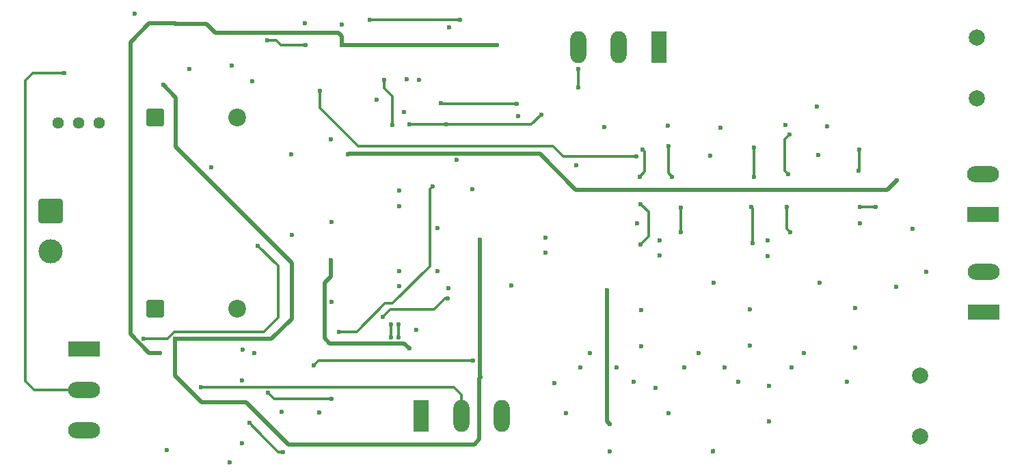
<source format=gbr>
%TF.GenerationSoftware,KiCad,Pcbnew,9.0.4-9.0.4-0~ubuntu24.04.1*%
%TF.CreationDate,2025-09-01T10:39:58-05:00*%
%TF.ProjectId,amplifier,616d706c-6966-4696-9572-2e6b69636164,rev?*%
%TF.SameCoordinates,Original*%
%TF.FileFunction,Copper,L4,Bot*%
%TF.FilePolarity,Positive*%
%FSLAX46Y46*%
G04 Gerber Fmt 4.6, Leading zero omitted, Abs format (unit mm)*
G04 Created by KiCad (PCBNEW 9.0.4-9.0.4-0~ubuntu24.04.1) date 2025-09-01 10:39:58*
%MOMM*%
%LPD*%
G01*
G04 APERTURE LIST*
G04 Aperture macros list*
%AMRoundRect*
0 Rectangle with rounded corners*
0 $1 Rounding radius*
0 $2 $3 $4 $5 $6 $7 $8 $9 X,Y pos of 4 corners*
0 Add a 4 corners polygon primitive as box body*
4,1,4,$2,$3,$4,$5,$6,$7,$8,$9,$2,$3,0*
0 Add four circle primitives for the rounded corners*
1,1,$1+$1,$2,$3*
1,1,$1+$1,$4,$5*
1,1,$1+$1,$6,$7*
1,1,$1+$1,$8,$9*
0 Add four rect primitives between the rounded corners*
20,1,$1+$1,$2,$3,$4,$5,0*
20,1,$1+$1,$4,$5,$6,$7,0*
20,1,$1+$1,$6,$7,$8,$9,0*
20,1,$1+$1,$8,$9,$2,$3,0*%
G04 Aperture macros list end*
%TA.AperFunction,ComponentPad*%
%ADD10R,3.960000X1.980000*%
%TD*%
%TA.AperFunction,ComponentPad*%
%ADD11O,3.960000X1.980000*%
%TD*%
%TA.AperFunction,ComponentPad*%
%ADD12C,2.000000*%
%TD*%
%TA.AperFunction,ComponentPad*%
%ADD13R,1.980000X3.960000*%
%TD*%
%TA.AperFunction,ComponentPad*%
%ADD14O,1.980000X3.960000*%
%TD*%
%TA.AperFunction,ComponentPad*%
%ADD15C,1.440000*%
%TD*%
%TA.AperFunction,ComponentPad*%
%ADD16RoundRect,0.249999X-0.850001X-0.850001X0.850001X-0.850001X0.850001X0.850001X-0.850001X0.850001X0*%
%TD*%
%TA.AperFunction,ComponentPad*%
%ADD17C,2.200000*%
%TD*%
%TA.AperFunction,ComponentPad*%
%ADD18RoundRect,0.249999X-1.250001X1.250001X-1.250001X-1.250001X1.250001X-1.250001X1.250001X1.250001X0*%
%TD*%
%TA.AperFunction,ComponentPad*%
%ADD19C,3.000000*%
%TD*%
%TA.AperFunction,ViaPad*%
%ADD20C,0.600000*%
%TD*%
%TA.AperFunction,Conductor*%
%ADD21C,0.500000*%
%TD*%
%TA.AperFunction,Conductor*%
%ADD22C,0.300000*%
%TD*%
G04 APERTURE END LIST*
D10*
%TO.P,J701,1,Pin_1*%
%TO.N,GND*%
X209350000Y-96795000D03*
D11*
%TO.P,J701,2,Pin_2*%
%TO.N,hp_out_left*%
X209350000Y-91795000D03*
%TD*%
D12*
%TO.P,C705,1*%
%TO.N,Net-(C705-Pad1)*%
X208600000Y-74900000D03*
%TO.P,C705,2*%
%TO.N,hp_out_left*%
X208600000Y-82400000D03*
%TD*%
D10*
%TO.P,J403,1,Pin_1*%
%TO.N,GND*%
X98052500Y-113530000D03*
D11*
%TO.P,J403,2,Pin_2*%
%TO.N,/input_buffers/audio_in_right*%
X98052500Y-118530000D03*
%TO.P,J403,3,Pin_3*%
%TO.N,/input_buffers/audio_in_left*%
X98052500Y-123530000D03*
%TD*%
D12*
%TO.P,C706,1*%
%TO.N,Net-(C706-Pad1)*%
X201620000Y-124320000D03*
%TO.P,C706,2*%
%TO.N,hp_out_right*%
X201620000Y-116820000D03*
%TD*%
D13*
%TO.P,J501,1,Pin_1*%
%TO.N,Net-(J501-Pin_1)*%
X169265000Y-76100000D03*
D14*
%TO.P,J501,2,Pin_2*%
%TO.N,Net-(J501-Pin_2)*%
X164265000Y-76100000D03*
%TO.P,J501,3,Pin_3*%
%TO.N,Net-(J501-Pin_3)*%
X159265000Y-76100000D03*
%TD*%
D15*
%TO.P,RV201,1,1*%
%TO.N,Net-(U201-ADJ)*%
X99915000Y-85445000D03*
%TO.P,RV201,2,2*%
%TO.N,GND*%
X97375000Y-85445000D03*
%TO.P,RV201,3,3*%
X94835000Y-85445000D03*
%TD*%
D16*
%TO.P,D201,1,K*%
%TO.N,VCC*%
X106845000Y-108525000D03*
D17*
%TO.P,D201,2,A*%
%TO.N,+15V*%
X117005000Y-108525000D03*
%TD*%
D13*
%TO.P,J601,1,Pin_1*%
%TO.N,Net-(J601-Pin_1)*%
X139770000Y-121810000D03*
D14*
%TO.P,J601,2,Pin_2*%
%TO.N,Net-(J601-Pin_2)*%
X144770000Y-121810000D03*
%TO.P,J601,3,Pin_3*%
%TO.N,Net-(J601-Pin_3)*%
X149770000Y-121810000D03*
%TD*%
D10*
%TO.P,J702,1,Pin_1*%
%TO.N,GND*%
X209500000Y-108945000D03*
D11*
%TO.P,J702,2,Pin_2*%
%TO.N,hp_out_right*%
X209500000Y-103945000D03*
%TD*%
D16*
%TO.P,D202,1,K*%
%TO.N,+15V*%
X106845000Y-84825000D03*
D17*
%TO.P,D202,2,A*%
%TO.N,/power/dout*%
X117005000Y-84825000D03*
%TD*%
D18*
%TO.P,J201,1,Pin_1*%
%TO.N,GND*%
X93937500Y-96405000D03*
D19*
%TO.P,J201,2,Pin_2*%
%TO.N,VCC*%
X93937500Y-101405000D03*
%TD*%
D20*
%TO.N,GND*%
X129970000Y-73310000D03*
X166560000Y-97950000D03*
X151820000Y-84600000D03*
X182730000Y-100060000D03*
X137120000Y-95770000D03*
X143300000Y-73580000D03*
X188830000Y-83460000D03*
X193570000Y-113320000D03*
X175630000Y-89530000D03*
X156307500Y-117685000D03*
X192520000Y-117590000D03*
X187210000Y-114000000D03*
X116382500Y-78310000D03*
X128710000Y-97720000D03*
X174170000Y-114010000D03*
X137090000Y-105720000D03*
X184890000Y-85710000D03*
X123740000Y-89370000D03*
X113760000Y-90970000D03*
X180550000Y-113060000D03*
X159010000Y-90710000D03*
X139550000Y-80140000D03*
X123830000Y-99330000D03*
X128740000Y-107610000D03*
X117650000Y-125190000D03*
X104290000Y-71910000D03*
X155240000Y-99670000D03*
X198670000Y-105800000D03*
X189000000Y-89430000D03*
X139210000Y-111150000D03*
X128640000Y-87520000D03*
X166150000Y-117580000D03*
X117600000Y-117350000D03*
X141850000Y-103850000D03*
X170390000Y-85820000D03*
X111117500Y-78810000D03*
X108320000Y-126030000D03*
X182890000Y-118030000D03*
X146130000Y-93650000D03*
X179110000Y-117590000D03*
X167080000Y-113130000D03*
X150960000Y-105580000D03*
X160690000Y-113990000D03*
X169360000Y-100010000D03*
X168827500Y-118285000D03*
X127150000Y-121350000D03*
X194110000Y-97940000D03*
X137710000Y-84080000D03*
X200700000Y-98560000D03*
%TO.N,+15V*%
X182750000Y-101980000D03*
X170480000Y-121405000D03*
X182890000Y-122500000D03*
X125440000Y-73080000D03*
X162510000Y-86010000D03*
X180500000Y-108610000D03*
X176880000Y-86080000D03*
X116060000Y-127530000D03*
X157770000Y-121405000D03*
X155230000Y-101580000D03*
X118882500Y-80280000D03*
X169330000Y-101930000D03*
X119110000Y-113980000D03*
X143160000Y-105970000D03*
X122530000Y-121270000D03*
X134320000Y-82610000D03*
X193580000Y-108430000D03*
X137110000Y-93870000D03*
X141850000Y-98490000D03*
X137110000Y-103850000D03*
X138045000Y-80065000D03*
X190050000Y-85870000D03*
X167060000Y-108650000D03*
X144230000Y-90040000D03*
%TO.N,buff_out_left*%
X190760000Y-93740000D03*
X177610000Y-93740000D03*
X188510000Y-93740000D03*
X130760000Y-89400000D03*
X163260000Y-93750000D03*
X175300000Y-93750000D03*
X198695000Y-92575000D03*
X161070000Y-93750000D03*
%TO.N,bax_out_left*%
X136200000Y-85680000D03*
X135200000Y-80140000D03*
%TO.N,Net-(U502B--)*%
X138330000Y-85670000D03*
X154670000Y-84420000D03*
X142920000Y-85660000D03*
%TO.N,buff_out_right*%
X128590000Y-102480000D03*
X163180000Y-126170000D03*
X176050000Y-105260000D03*
X162845000Y-106165000D03*
X175930000Y-126170000D03*
X163170000Y-122790000D03*
X189150000Y-105260000D03*
X138320000Y-113390000D03*
%TO.N,Net-(J601-Pin_2)*%
X112520000Y-118210000D03*
%TO.N,bax_out_right*%
X141270000Y-93300000D03*
X129610000Y-111340000D03*
%TO.N,Net-(U602A--)*%
X137010000Y-112060000D03*
X137010000Y-110420000D03*
%TO.N,Net-(C604-Pad2)*%
X136110000Y-112070000D03*
X136090000Y-110440000D03*
%TO.N,Net-(C605-Pad2)*%
X135030000Y-109500000D03*
X143130000Y-107250000D03*
%TO.N,hp_out_right*%
X202330000Y-103945000D03*
%TO.N,/input_buffers/audio_in_right*%
X119600000Y-100700000D03*
X95590000Y-79300000D03*
X105450000Y-112240000D03*
%TO.N,vbias_right*%
X107850000Y-80760000D03*
X147060000Y-99910000D03*
X109350000Y-112240000D03*
X147130000Y-116990000D03*
X128480000Y-125320000D03*
X123770000Y-108830000D03*
%TO.N,vbias_left*%
X107470000Y-113980000D03*
X149170000Y-75800000D03*
X129980000Y-75800000D03*
X109290000Y-73130000D03*
X141260000Y-75780000D03*
%TO.N,Net-(J501-Pin_3)*%
X159280000Y-78760000D03*
X144640000Y-72700000D03*
X159280000Y-81050000D03*
X133480000Y-72680000D03*
%TO.N,Net-(U301A--)*%
X125500000Y-75800000D03*
X120720000Y-75230000D03*
%TO.N,Net-(U302A--)*%
X118540000Y-122650000D03*
X122650000Y-126240000D03*
%TO.N,Net-(R505-Pad1)*%
X142290000Y-83050000D03*
X151610000Y-83060000D03*
%TO.N,Net-(U601B-+)*%
X120800000Y-118920000D03*
X128740000Y-119680000D03*
%TO.N,Net-(U601A--)*%
X117680000Y-113540000D03*
%TO.N,Net-(R605-Pad1)*%
X146230000Y-114950000D03*
X126510000Y-115530000D03*
%TO.N,buff_in_left*%
X127260000Y-81450000D03*
X166500000Y-89620000D03*
%TO.N,buff_in_right*%
X159490000Y-115770000D03*
X177380000Y-115770000D03*
X172350000Y-115770000D03*
X164040000Y-115770000D03*
X185710000Y-115770000D03*
%TO.N,Net-(U801B--)*%
X167250000Y-88730000D03*
X166860000Y-92160000D03*
%TO.N,Net-(U802A--)*%
X167000000Y-100500000D03*
X167000000Y-95500000D03*
%TO.N,Net-(U803A--)*%
X170460000Y-88340000D03*
X170890000Y-92110000D03*
%TO.N,Net-(U803B--)*%
X181010000Y-92150000D03*
X181010000Y-88540000D03*
%TO.N,Net-(U804A--)*%
X180710000Y-95870000D03*
X180870000Y-100400000D03*
%TO.N,Net-(U805A--)*%
X185470000Y-86890000D03*
X185290000Y-91840000D03*
%TO.N,Net-(U806A--)*%
X194120000Y-95860000D03*
X196090000Y-95860000D03*
%TO.N,Net-(U804B--)*%
X172000000Y-96000000D03*
X172000000Y-99000000D03*
%TO.N,Net-(U805B--)*%
X193960000Y-91430000D03*
X194040000Y-88750000D03*
%TO.N,Net-(U806B--)*%
X185520000Y-99020000D03*
X185060000Y-95850000D03*
%TD*%
D21*
%TO.N,buff_out_left*%
X197530000Y-93740000D02*
X198695000Y-92575000D01*
X158950000Y-93740000D02*
X177610000Y-93740000D01*
X154499000Y-89289000D02*
X158950000Y-93740000D01*
X130760000Y-89400000D02*
X130871000Y-89289000D01*
X177610000Y-93740000D02*
X197530000Y-93740000D01*
X130871000Y-89289000D02*
X154499000Y-89289000D01*
D22*
%TO.N,bax_out_left*%
X135470000Y-81390000D02*
X135200000Y-81120000D01*
X135200000Y-81120000D02*
X135200000Y-80140000D01*
X136200000Y-85680000D02*
X136200000Y-82120000D01*
X136200000Y-82120000D02*
X135470000Y-81390000D01*
%TO.N,Net-(U502B--)*%
X142920000Y-85660000D02*
X138340000Y-85660000D01*
X138340000Y-85660000D02*
X138330000Y-85670000D01*
X154670000Y-84420000D02*
X153430000Y-85660000D01*
X153430000Y-85660000D02*
X142920000Y-85660000D01*
D21*
%TO.N,buff_out_right*%
X128590000Y-102480000D02*
X128620000Y-102510000D01*
X127860000Y-105270000D02*
X127860000Y-112160000D01*
X137700000Y-112770000D02*
X138320000Y-113390000D01*
X128620000Y-102510000D02*
X128620000Y-104510000D01*
D22*
X175930000Y-126170000D02*
X176050000Y-126050000D01*
D21*
X128470000Y-112770000D02*
X137700000Y-112770000D01*
X162820000Y-106190000D02*
X162845000Y-106165000D01*
X162820000Y-122440000D02*
X162820000Y-106190000D01*
X163170000Y-122790000D02*
X162820000Y-122440000D01*
X127860000Y-112160000D02*
X128470000Y-112770000D01*
X128620000Y-104510000D02*
X127860000Y-105270000D01*
D22*
%TO.N,Net-(J601-Pin_2)*%
X144770000Y-121810000D02*
X144770000Y-119150000D01*
X144770000Y-119150000D02*
X143890000Y-118270000D01*
X143890000Y-118270000D02*
X112580000Y-118270000D01*
X112580000Y-118270000D02*
X112520000Y-118210000D01*
%TO.N,bax_out_right*%
X141270000Y-93300000D02*
X140870000Y-93700000D01*
X135320000Y-107840000D02*
X131820000Y-111340000D01*
X140870000Y-103230000D02*
X136260000Y-107840000D01*
X140870000Y-93700000D02*
X140870000Y-103230000D01*
X131820000Y-111340000D02*
X129610000Y-111340000D01*
X136260000Y-107840000D02*
X135320000Y-107840000D01*
%TO.N,Net-(U602A--)*%
X137010000Y-112060000D02*
X137010000Y-110420000D01*
%TO.N,Net-(C604-Pad2)*%
X136110000Y-112070000D02*
X136110000Y-110460000D01*
X136110000Y-110460000D02*
X136090000Y-110440000D01*
%TO.N,Net-(C605-Pad2)*%
X141440000Y-108550000D02*
X142740000Y-107250000D01*
X142740000Y-107250000D02*
X143130000Y-107250000D01*
X135030000Y-109500000D02*
X135980000Y-108550000D01*
X135980000Y-108550000D02*
X141440000Y-108550000D01*
%TO.N,/input_buffers/audio_in_right*%
X109270000Y-111360000D02*
X108390000Y-112240000D01*
X91910000Y-118530000D02*
X90810000Y-117430000D01*
X119600000Y-100700000D02*
X122070000Y-103170000D01*
X98052500Y-118530000D02*
X91910000Y-118530000D01*
X122070000Y-103170000D02*
X122070000Y-109600000D01*
X122070000Y-109600000D02*
X120310000Y-111360000D01*
X90810000Y-80220000D02*
X91730000Y-79300000D01*
X120310000Y-111360000D02*
X109270000Y-111360000D01*
X90810000Y-117430000D02*
X90810000Y-80220000D01*
X108390000Y-112240000D02*
X105450000Y-112240000D01*
X91730000Y-79300000D02*
X95590000Y-79300000D01*
D21*
%TO.N,vbias_right*%
X147030000Y-117090000D02*
X147130000Y-116990000D01*
X121260000Y-112240000D02*
X109350000Y-112240000D01*
X123770000Y-108830000D02*
X123770000Y-109730000D01*
X112620000Y-120090000D02*
X109350000Y-116820000D01*
X123770000Y-109730000D02*
X121260000Y-112240000D01*
X147030000Y-124660000D02*
X147030000Y-117090000D01*
X146370000Y-125320000D02*
X147030000Y-124660000D01*
X118150000Y-120090000D02*
X112620000Y-120090000D01*
X128480000Y-125320000D02*
X123380000Y-125320000D01*
X109350000Y-116820000D02*
X109350000Y-112240000D01*
X123770000Y-102800000D02*
X123770000Y-108830000D01*
X109400000Y-88430000D02*
X123770000Y-102800000D01*
X147130000Y-116990000D02*
X147060000Y-116920000D01*
X109400000Y-82310000D02*
X109400000Y-88430000D01*
X123380000Y-125320000D02*
X118150000Y-120090000D01*
X147060000Y-116920000D02*
X147060000Y-99910000D01*
X128480000Y-125320000D02*
X146370000Y-125320000D01*
X107850000Y-80760000D02*
X109400000Y-82310000D01*
%TO.N,vbias_left*%
X141280000Y-75800000D02*
X141260000Y-75780000D01*
X106130000Y-73120000D02*
X106140000Y-73130000D01*
X103780000Y-111632075D02*
X103780000Y-75470000D01*
X137020000Y-75780000D02*
X137000000Y-75800000D01*
X103780000Y-75470000D02*
X106130000Y-73120000D01*
X109320000Y-73160000D02*
X109290000Y-73130000D01*
X114310000Y-74300000D02*
X113170000Y-73160000D01*
X129980000Y-75800000D02*
X129980000Y-74740000D01*
X106127925Y-113980000D02*
X103780000Y-111632075D01*
X129540000Y-74300000D02*
X114310000Y-74300000D01*
X107470000Y-113980000D02*
X106127925Y-113980000D01*
X137000000Y-75800000D02*
X129980000Y-75800000D01*
X113170000Y-73160000D02*
X109320000Y-73160000D01*
X141260000Y-75780000D02*
X137020000Y-75780000D01*
X129980000Y-74740000D02*
X129540000Y-74300000D01*
X149170000Y-75800000D02*
X141280000Y-75800000D01*
X106140000Y-73130000D02*
X109290000Y-73130000D01*
D22*
%TO.N,Net-(J501-Pin_3)*%
X159280000Y-78760000D02*
X159280000Y-81050000D01*
X144640000Y-72700000D02*
X133500000Y-72700000D01*
X133500000Y-72700000D02*
X133480000Y-72680000D01*
%TO.N,Net-(U301A--)*%
X125500000Y-75800000D02*
X122410000Y-75800000D01*
X121840000Y-75230000D02*
X120720000Y-75230000D01*
X122410000Y-75800000D02*
X122400000Y-75790000D01*
X122400000Y-75790000D02*
X121840000Y-75230000D01*
%TO.N,Net-(U302A--)*%
X120260000Y-124380000D02*
X118540000Y-122660000D01*
X118540000Y-122660000D02*
X118540000Y-122650000D01*
X122650000Y-126240000D02*
X122120000Y-126240000D01*
X122120000Y-126240000D02*
X120260000Y-124380000D01*
%TO.N,Net-(R505-Pad1)*%
X142300000Y-83060000D02*
X142290000Y-83050000D01*
X151610000Y-83060000D02*
X142300000Y-83060000D01*
%TO.N,Net-(U601B-+)*%
X120800000Y-118920000D02*
X121560000Y-119680000D01*
X126750000Y-119680000D02*
X128740000Y-119680000D01*
X121560000Y-119680000D02*
X126750000Y-119680000D01*
%TO.N,Net-(R605-Pad1)*%
X146230000Y-114950000D02*
X127090000Y-114950000D01*
X127090000Y-114950000D02*
X126510000Y-115530000D01*
%TO.N,buff_in_left*%
X157420000Y-89620000D02*
X166500000Y-89620000D01*
X127260000Y-81450000D02*
X127260000Y-83600000D01*
X127260000Y-83600000D02*
X132020000Y-88360000D01*
X156160000Y-88360000D02*
X157420000Y-89620000D01*
X132020000Y-88360000D02*
X156160000Y-88360000D01*
%TO.N,Net-(U801B--)*%
X167510000Y-91510000D02*
X166860000Y-92160000D01*
X167510000Y-91350000D02*
X167510000Y-91510000D01*
X167510000Y-88990000D02*
X167510000Y-91350000D01*
X167250000Y-88730000D02*
X167510000Y-88990000D01*
%TO.N,Net-(U802A--)*%
X167000000Y-100500000D02*
X168000000Y-99500000D01*
X168000000Y-99500000D02*
X168000000Y-97000000D01*
X168000000Y-96500000D02*
X167000000Y-95500000D01*
X168000000Y-97000000D02*
X168000000Y-96500000D01*
%TO.N,Net-(U803A--)*%
X170460000Y-88340000D02*
X170460000Y-91680000D01*
X170460000Y-91680000D02*
X170890000Y-92110000D01*
%TO.N,Net-(U803B--)*%
X181010000Y-88540000D02*
X181010000Y-92150000D01*
%TO.N,Net-(U804A--)*%
X180870000Y-100400000D02*
X180870000Y-96030000D01*
X180870000Y-96030000D02*
X180710000Y-95870000D01*
%TO.N,Net-(U805A--)*%
X184860000Y-90580000D02*
X184860000Y-91410000D01*
X184860000Y-87500000D02*
X184860000Y-90580000D01*
X185470000Y-86890000D02*
X184860000Y-87500000D01*
X184860000Y-91410000D02*
X185290000Y-91840000D01*
%TO.N,Net-(U806A--)*%
X196090000Y-95860000D02*
X194120000Y-95860000D01*
%TO.N,Net-(U804B--)*%
X172000000Y-99000000D02*
X172000000Y-96000000D01*
%TO.N,Net-(U805B--)*%
X194040000Y-91350000D02*
X194040000Y-88750000D01*
X193960000Y-91430000D02*
X194040000Y-91350000D01*
%TO.N,Net-(U806B--)*%
X185060000Y-98560000D02*
X185060000Y-95850000D01*
X185520000Y-99020000D02*
X185060000Y-98560000D01*
%TD*%
M02*

</source>
